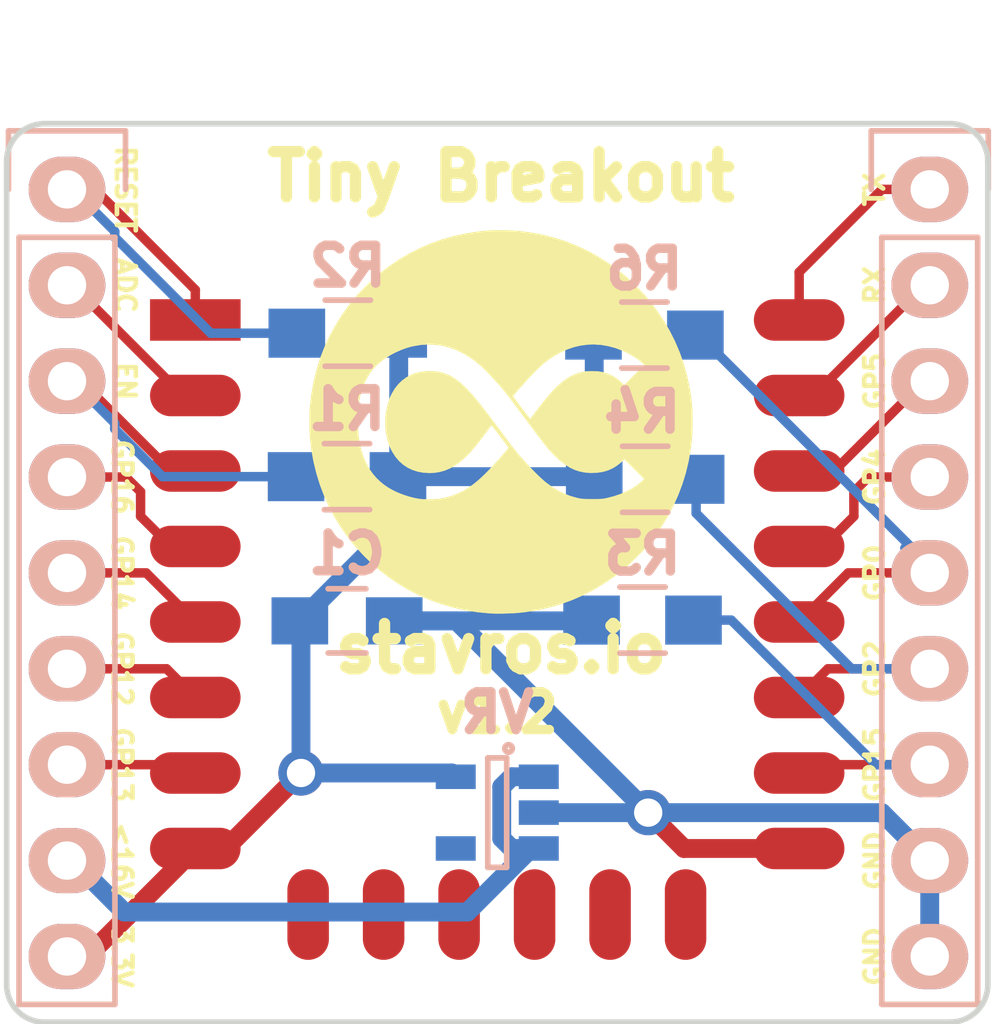
<source format=kicad_pcb>
(kicad_pcb (version 4) (host pcbnew 4.0.1-3.201512221402+6198~38~ubuntu15.04.1-stable)

  (general
    (links 33)
    (no_connects 0)
    (area 121.891667 47.115 154.968334 75.665001)
    (thickness 1.6)
    (drawings 36)
    (tracks 99)
    (zones 0)
    (modules 11)
    (nets 18)
  )

  (page A4)
  (layers
    (0 F.Cu signal)
    (31 B.Cu signal)
    (32 B.Adhes user)
    (33 F.Adhes user)
    (34 B.Paste user)
    (35 F.Paste user)
    (36 B.SilkS user)
    (37 F.SilkS user)
    (38 B.Mask user)
    (39 F.Mask user)
    (40 Dwgs.User user)
    (41 Cmts.User user)
    (42 Eco1.User user)
    (43 Eco2.User user)
    (44 Edge.Cuts user)
    (45 Margin user)
    (46 B.CrtYd user)
    (47 F.CrtYd user)
    (48 B.Fab user)
    (49 F.Fab user)
  )

  (setup
    (last_trace_width 0.25)
    (trace_clearance 0.2)
    (zone_clearance 0.508)
    (zone_45_only no)
    (trace_min 0.2)
    (segment_width 0.2)
    (edge_width 0.15)
    (via_size 0.8)
    (via_drill 0.4)
    (via_min_size 0.8)
    (via_min_drill 0.4)
    (uvia_size 0.3)
    (uvia_drill 0.1)
    (uvias_allowed no)
    (uvia_min_size 0.2)
    (uvia_min_drill 0.1)
    (pcb_text_width 0.3)
    (pcb_text_size 1.5 1.5)
    (mod_edge_width 0.15)
    (mod_text_size 1 1)
    (mod_text_width 0.15)
    (pad_size 2.032 1.7272)
    (pad_drill 1.016)
    (pad_to_mask_clearance 0.2)
    (aux_axis_origin 0 0)
    (visible_elements FFFFFF7F)
    (pcbplotparams
      (layerselection 0x010f0_80000001)
      (usegerberextensions true)
      (excludeedgelayer true)
      (linewidth 0.100000)
      (plotframeref false)
      (viasonmask false)
      (mode 1)
      (useauxorigin false)
      (hpglpennumber 1)
      (hpglpenspeed 20)
      (hpglpendiameter 15)
      (hpglpenoverlay 2)
      (psnegative false)
      (psa4output false)
      (plotreference false)
      (plotvalue false)
      (plotinvisibletext false)
      (padsonsilk false)
      (subtractmaskfromsilk false)
      (outputformat 1)
      (mirror false)
      (drillshape 0)
      (scaleselection 1)
      (outputdirectory /tmp/gerbs/))
  )

  (net 0 "")
  (net 1 "Net-(P1-Pad1)")
  (net 2 "Net-(P1-Pad2)")
  (net 3 "Net-(P1-Pad3)")
  (net 4 "Net-(P1-Pad4)")
  (net 5 "Net-(P1-Pad5)")
  (net 6 "Net-(P1-Pad6)")
  (net 7 "Net-(P1-Pad7)")
  (net 8 "Net-(P2-Pad1)")
  (net 9 "Net-(P2-Pad2)")
  (net 10 "Net-(P2-Pad3)")
  (net 11 "Net-(P2-Pad4)")
  (net 12 "Net-(P2-Pad5)")
  (net 13 "Net-(P2-Pad6)")
  (net 14 "Net-(P2-Pad7)")
  (net 15 +12V)
  (net 16 GND)
  (net 17 /3V3)

  (net_class Default "This is the default net class."
    (clearance 0.2)
    (trace_width 0.25)
    (via_dia 0.8)
    (via_drill 0.4)
    (uvia_dia 0.3)
    (uvia_drill 0.1)
    (add_net "Net-(P1-Pad1)")
    (add_net "Net-(P1-Pad2)")
    (add_net "Net-(P1-Pad3)")
    (add_net "Net-(P1-Pad4)")
    (add_net "Net-(P1-Pad5)")
    (add_net "Net-(P1-Pad6)")
    (add_net "Net-(P1-Pad7)")
    (add_net "Net-(P2-Pad1)")
    (add_net "Net-(P2-Pad2)")
    (add_net "Net-(P2-Pad3)")
    (add_net "Net-(P2-Pad4)")
    (add_net "Net-(P2-Pad5)")
    (add_net "Net-(P2-Pad6)")
    (add_net "Net-(P2-Pad7)")
  )

  (net_class Power ""
    (clearance 0.2)
    (trace_width 0.5)
    (via_dia 1.2)
    (via_drill 0.75)
    (uvia_dia 0.3)
    (uvia_drill 0.1)
    (add_net +12V)
    (add_net /3V3)
    (add_net GND)
  )

  (module ESP8266:ESP-12E placed (layer F.Cu) (tedit 5684101F) (tstamp 5683FDB3)
    (at 130.4 56.8)
    (descr "Module, ESP-8266, ESP-12, 16 pad, SMD")
    (tags "Module ESP-8266 ESP8266")
    (path /5683F327)
    (fp_text reference U1 (at -2 -2) (layer F.SilkS) hide
      (effects (font (size 1 1) (thickness 0.15)))
    )
    (fp_text value ESP-12E (at 8 1) (layer F.Fab)
      (effects (font (size 1 1) (thickness 0.15)))
    )
    (fp_line (start 16 -8.4) (end 0 -2.6) (layer F.CrtYd) (width 0.1524))
    (fp_line (start 0 -8.4) (end 16 -2.6) (layer F.CrtYd) (width 0.1524))
    (fp_text user "No Copper" (at 7.9 -5.4) (layer F.CrtYd)
      (effects (font (size 1 1) (thickness 0.15)))
    )
    (fp_line (start 0 -8.4) (end 0 -2.6) (layer F.CrtYd) (width 0.1524))
    (fp_line (start 0 -2.6) (end 16 -2.6) (layer F.CrtYd) (width 0.1524))
    (fp_line (start 16 -2.6) (end 16 -8.4) (layer F.CrtYd) (width 0.1524))
    (fp_line (start 16 -8.4) (end 0 -8.4) (layer F.CrtYd) (width 0.1524))
    (fp_line (start 16 -8.4) (end 16 15.6) (layer F.Fab) (width 0.1524))
    (fp_line (start 16 15.6) (end 0 15.6) (layer F.Fab) (width 0.1524))
    (fp_line (start 0 15.6) (end 0 -8.4) (layer F.Fab) (width 0.1524))
    (fp_line (start 0 -8.4) (end 16 -8.4) (layer F.Fab) (width 0.1524))
    (pad 9 smd oval (at 2.99 15.75 90) (size 2.4 1.1) (layers F.Cu F.Paste F.Mask))
    (pad 10 smd oval (at 4.99 15.75 90) (size 2.4 1.1) (layers F.Cu F.Paste F.Mask))
    (pad 11 smd oval (at 6.99 15.75 90) (size 2.4 1.1) (layers F.Cu F.Paste F.Mask))
    (pad 12 smd oval (at 8.99 15.75 90) (size 2.4 1.1) (layers F.Cu F.Paste F.Mask))
    (pad 13 smd oval (at 10.99 15.75 90) (size 2.4 1.1) (layers F.Cu F.Paste F.Mask))
    (pad 14 smd oval (at 12.99 15.75 90) (size 2.4 1.1) (layers F.Cu F.Paste F.Mask))
    (pad 1 smd rect (at 0 0) (size 2.4 1.1) (layers F.Cu F.Paste F.Mask)
      (net 1 "Net-(P1-Pad1)"))
    (pad 2 smd oval (at 0 2) (size 2.4 1.1) (layers F.Cu F.Paste F.Mask)
      (net 2 "Net-(P1-Pad2)"))
    (pad 3 smd oval (at 0 4) (size 2.4 1.1) (layers F.Cu F.Paste F.Mask)
      (net 3 "Net-(P1-Pad3)"))
    (pad 4 smd oval (at 0 6) (size 2.4 1.1) (layers F.Cu F.Paste F.Mask)
      (net 4 "Net-(P1-Pad4)"))
    (pad 5 smd oval (at 0 8) (size 2.4 1.1) (layers F.Cu F.Paste F.Mask)
      (net 5 "Net-(P1-Pad5)"))
    (pad 6 smd oval (at 0 10) (size 2.4 1.1) (layers F.Cu F.Paste F.Mask)
      (net 6 "Net-(P1-Pad6)"))
    (pad 7 smd oval (at 0 12) (size 2.4 1.1) (layers F.Cu F.Paste F.Mask)
      (net 7 "Net-(P1-Pad7)"))
    (pad 8 smd oval (at 0 14) (size 2.4 1.1) (layers F.Cu F.Paste F.Mask)
      (net 17 /3V3))
    (pad 15 smd oval (at 16 14) (size 2.4 1.1) (layers F.Cu F.Paste F.Mask)
      (net 16 GND))
    (pad 16 smd oval (at 16 12) (size 2.4 1.1) (layers F.Cu F.Paste F.Mask)
      (net 14 "Net-(P2-Pad7)"))
    (pad 17 smd oval (at 16 10) (size 2.4 1.1) (layers F.Cu F.Paste F.Mask)
      (net 13 "Net-(P2-Pad6)"))
    (pad 18 smd oval (at 16 8) (size 2.4 1.1) (layers F.Cu F.Paste F.Mask)
      (net 12 "Net-(P2-Pad5)"))
    (pad 19 smd oval (at 16 6) (size 2.4 1.1) (layers F.Cu F.Paste F.Mask)
      (net 11 "Net-(P2-Pad4)"))
    (pad 20 smd oval (at 16 4) (size 2.4 1.1) (layers F.Cu F.Paste F.Mask)
      (net 10 "Net-(P2-Pad3)"))
    (pad 21 smd oval (at 16 2) (size 2.4 1.1) (layers F.Cu F.Paste F.Mask)
      (net 9 "Net-(P2-Pad2)"))
    (pad 22 smd oval (at 16 0) (size 2.4 1.1) (layers F.Cu F.Paste F.Mask)
      (net 8 "Net-(P2-Pad1)"))
  )

  (module SOT-23-5 (layer B.Cu) (tedit 568C7B75) (tstamp 568409F5)
    (at 138.4 69.85 180)
    (descr "5-pin SOT23 package")
    (tags SOT-23-5)
    (path /56840629)
    (attr smd)
    (fp_text reference U2 (at -0.05 2.55 180) (layer B.SilkS) hide
      (effects (font (size 1 1) (thickness 0.15)) (justify mirror))
    )
    (fp_text value APE8865Y5-33-HF-3 (at -0.05 -2.35 180) (layer B.Fab) hide
      (effects (font (size 1 1) (thickness 0.15)) (justify mirror))
    )
    (fp_line (start -1.8 1.6) (end 1.8 1.6) (layer B.CrtYd) (width 0.05))
    (fp_line (start 1.8 1.6) (end 1.8 -1.6) (layer B.CrtYd) (width 0.05))
    (fp_line (start 1.8 -1.6) (end -1.8 -1.6) (layer B.CrtYd) (width 0.05))
    (fp_line (start -1.8 -1.6) (end -1.8 1.6) (layer B.CrtYd) (width 0.05))
    (fp_circle (center -0.3 1.7) (end -0.2 1.7) (layer B.SilkS) (width 0.15))
    (fp_line (start 0.25 1.45) (end -0.25 1.45) (layer B.SilkS) (width 0.15))
    (fp_line (start 0.25 -1.45) (end 0.25 1.45) (layer B.SilkS) (width 0.15))
    (fp_line (start -0.25 -1.45) (end 0.25 -1.45) (layer B.SilkS) (width 0.15))
    (fp_line (start -0.25 1.45) (end -0.25 -1.45) (layer B.SilkS) (width 0.15))
    (pad 1 smd rect (at -1.1 0.95 180) (size 1.06 0.65) (layers B.Cu B.Paste B.Mask)
      (net 15 +12V))
    (pad 2 smd rect (at -1.1 0 180) (size 1.06 0.65) (layers B.Cu B.Paste B.Mask)
      (net 16 GND))
    (pad 3 smd rect (at -1.1 -0.95 180) (size 1.06 0.65) (layers B.Cu B.Paste B.Mask)
      (net 15 +12V))
    (pad 4 smd rect (at 1.1 -0.95 180) (size 1.06 0.65) (layers B.Cu B.Paste B.Mask))
    (pad 5 smd rect (at 1.1 0.95 180) (size 1.06 0.65) (layers B.Cu B.Paste B.Mask)
      (net 17 /3V3))
    (model TO_SOT_Packages_SMD.3dshapes/SOT-23-5.wrl
      (at (xyz 0 0 0))
      (scale (xyz 1 1 1))
      (rotate (xyz 0 0 0))
    )
  )

  (module Capacitors_SMD:C_0805_HandSoldering (layer B.Cu) (tedit 56841031) (tstamp 56840B0D)
    (at 134.42 64.77)
    (descr "Capacitor SMD 0805, hand soldering")
    (tags "capacitor 0805")
    (path /56840717)
    (attr smd)
    (fp_text reference C1 (at 0 2.1) (layer B.SilkS) hide
      (effects (font (size 1 1) (thickness 0.15)) (justify mirror))
    )
    (fp_text value 1uF (at 0 -2.1) (layer B.Fab)
      (effects (font (size 1 1) (thickness 0.15)) (justify mirror))
    )
    (fp_line (start -2.3 1) (end 2.3 1) (layer B.CrtYd) (width 0.05))
    (fp_line (start -2.3 -1) (end 2.3 -1) (layer B.CrtYd) (width 0.05))
    (fp_line (start -2.3 1) (end -2.3 -1) (layer B.CrtYd) (width 0.05))
    (fp_line (start 2.3 1) (end 2.3 -1) (layer B.CrtYd) (width 0.05))
    (fp_line (start 0.5 0.85) (end -0.5 0.85) (layer B.SilkS) (width 0.15))
    (fp_line (start -0.5 -0.85) (end 0.5 -0.85) (layer B.SilkS) (width 0.15))
    (pad 1 smd rect (at -1.25 0) (size 1.5 1.25) (layers B.Cu B.Paste B.Mask)
      (net 17 /3V3))
    (pad 2 smd rect (at 1.25 0) (size 1.5 1.25) (layers B.Cu B.Paste B.Mask)
      (net 16 GND))
    (model Capacitors_SMD.3dshapes/C_0805_HandSoldering.wrl
      (at (xyz 0 0 0))
      (scale (xyz 1 1 1))
      (rotate (xyz 0 0 0))
    )
  )

  (module Resistors_SMD:R_0805_HandSoldering (layer B.Cu) (tedit 56841001) (tstamp 56840B13)
    (at 134.42 60.95 180)
    (descr "Resistor SMD 0805, hand soldering")
    (tags "resistor 0805")
    (path /56840F07)
    (attr smd)
    (fp_text reference R1 (at 0 2.1 180) (layer B.SilkS) hide
      (effects (font (size 1 1) (thickness 0.15)) (justify mirror))
    )
    (fp_text value 10KΩ (at 0 -2.1 180) (layer B.Fab)
      (effects (font (size 1 1) (thickness 0.15)) (justify mirror))
    )
    (fp_line (start -2.4 1) (end 2.4 1) (layer B.CrtYd) (width 0.05))
    (fp_line (start -2.4 -1) (end 2.4 -1) (layer B.CrtYd) (width 0.05))
    (fp_line (start -2.4 1) (end -2.4 -1) (layer B.CrtYd) (width 0.05))
    (fp_line (start 2.4 1) (end 2.4 -1) (layer B.CrtYd) (width 0.05))
    (fp_line (start 0.6 -0.875) (end -0.6 -0.875) (layer B.SilkS) (width 0.15))
    (fp_line (start -0.6 0.875) (end 0.6 0.875) (layer B.SilkS) (width 0.15))
    (pad 1 smd rect (at -1.35 0 180) (size 1.5 1.3) (layers B.Cu B.Paste B.Mask)
      (net 17 /3V3))
    (pad 2 smd rect (at 1.35 0 180) (size 1.5 1.3) (layers B.Cu B.Paste B.Mask)
      (net 3 "Net-(P1-Pad3)"))
    (model Resistors_SMD.3dshapes/R_0805_HandSoldering.wrl
      (at (xyz 0 0 0))
      (scale (xyz 1 1 1))
      (rotate (xyz 0 0 0))
    )
  )

  (module Resistors_SMD:R_0805_HandSoldering (layer B.Cu) (tedit 56841023) (tstamp 56840B19)
    (at 134.44 57.15 180)
    (descr "Resistor SMD 0805, hand soldering")
    (tags "resistor 0805")
    (path /56840960)
    (attr smd)
    (fp_text reference R2 (at 0 2.1 180) (layer B.SilkS) hide
      (effects (font (size 1 1) (thickness 0.15)) (justify mirror))
    )
    (fp_text value 10KΩ (at 0 -2.1 180) (layer B.Fab) hide
      (effects (font (size 1 1) (thickness 0.15)) (justify mirror))
    )
    (fp_line (start -2.4 1) (end 2.4 1) (layer B.CrtYd) (width 0.05))
    (fp_line (start -2.4 -1) (end 2.4 -1) (layer B.CrtYd) (width 0.05))
    (fp_line (start -2.4 1) (end -2.4 -1) (layer B.CrtYd) (width 0.05))
    (fp_line (start 2.4 1) (end 2.4 -1) (layer B.CrtYd) (width 0.05))
    (fp_line (start 0.6 -0.875) (end -0.6 -0.875) (layer B.SilkS) (width 0.15))
    (fp_line (start -0.6 0.875) (end 0.6 0.875) (layer B.SilkS) (width 0.15))
    (pad 1 smd rect (at -1.35 0 180) (size 1.5 1.3) (layers B.Cu B.Paste B.Mask)
      (net 17 /3V3))
    (pad 2 smd rect (at 1.35 0 180) (size 1.5 1.3) (layers B.Cu B.Paste B.Mask)
      (net 1 "Net-(P1-Pad1)"))
    (model Resistors_SMD.3dshapes/R_0805_HandSoldering.wrl
      (at (xyz 0 0 0))
      (scale (xyz 1 1 1))
      (rotate (xyz 0 0 0))
    )
  )

  (module Resistors_SMD:R_0805_HandSoldering (layer B.Cu) (tedit 56841026) (tstamp 56840B1F)
    (at 142.25 64.75 180)
    (descr "Resistor SMD 0805, hand soldering")
    (tags "resistor 0805")
    (path /568411DE)
    (attr smd)
    (fp_text reference R3 (at 0 2.1 180) (layer B.SilkS) hide
      (effects (font (size 1 1) (thickness 0.15)) (justify mirror))
    )
    (fp_text value 10KΩ (at 0 -2.1 180) (layer B.Fab)
      (effects (font (size 1 1) (thickness 0.15)) (justify mirror))
    )
    (fp_line (start -2.4 1) (end 2.4 1) (layer B.CrtYd) (width 0.05))
    (fp_line (start -2.4 -1) (end 2.4 -1) (layer B.CrtYd) (width 0.05))
    (fp_line (start -2.4 1) (end -2.4 -1) (layer B.CrtYd) (width 0.05))
    (fp_line (start 2.4 1) (end 2.4 -1) (layer B.CrtYd) (width 0.05))
    (fp_line (start 0.6 -0.875) (end -0.6 -0.875) (layer B.SilkS) (width 0.15))
    (fp_line (start -0.6 0.875) (end 0.6 0.875) (layer B.SilkS) (width 0.15))
    (pad 1 smd rect (at -1.35 0 180) (size 1.5 1.3) (layers B.Cu B.Paste B.Mask)
      (net 14 "Net-(P2-Pad7)"))
    (pad 2 smd rect (at 1.35 0 180) (size 1.5 1.3) (layers B.Cu B.Paste B.Mask)
      (net 16 GND))
    (model Resistors_SMD.3dshapes/R_0805_HandSoldering.wrl
      (at (xyz 0 0 0))
      (scale (xyz 1 1 1))
      (rotate (xyz 0 0 0))
    )
  )

  (module Resistors_SMD:R_0805_HandSoldering (layer B.Cu) (tedit 5684102F) (tstamp 56840B25)
    (at 142.32 61.02)
    (descr "Resistor SMD 0805, hand soldering")
    (tags "resistor 0805")
    (path /56840F5D)
    (attr smd)
    (fp_text reference R4 (at 0 2.1) (layer B.SilkS) hide
      (effects (font (size 1 1) (thickness 0.15)) (justify mirror))
    )
    (fp_text value 10KΩ (at 0 -2.1) (layer B.Fab)
      (effects (font (size 1 1) (thickness 0.15)) (justify mirror))
    )
    (fp_line (start -2.4 1) (end 2.4 1) (layer B.CrtYd) (width 0.05))
    (fp_line (start -2.4 -1) (end 2.4 -1) (layer B.CrtYd) (width 0.05))
    (fp_line (start -2.4 1) (end -2.4 -1) (layer B.CrtYd) (width 0.05))
    (fp_line (start 2.4 1) (end 2.4 -1) (layer B.CrtYd) (width 0.05))
    (fp_line (start 0.6 -0.875) (end -0.6 -0.875) (layer B.SilkS) (width 0.15))
    (fp_line (start -0.6 0.875) (end 0.6 0.875) (layer B.SilkS) (width 0.15))
    (pad 1 smd rect (at -1.35 0) (size 1.5 1.3) (layers B.Cu B.Paste B.Mask)
      (net 17 /3V3))
    (pad 2 smd rect (at 1.35 0) (size 1.5 1.3) (layers B.Cu B.Paste B.Mask)
      (net 13 "Net-(P2-Pad6)"))
    (model Resistors_SMD.3dshapes/R_0805_HandSoldering.wrl
      (at (xyz 0 0 0))
      (scale (xyz 1 1 1))
      (rotate (xyz 0 0 0))
    )
  )

  (module Stochastic:Logo_10mm (layer F.Cu) (tedit 0) (tstamp 568420BD)
    (at 138.5 59.5)
    (fp_text reference G*** (at 0 9.525) (layer F.SilkS) hide
      (effects (font (thickness 0.3)))
    )
    (fp_text value LOGO (at 0 6.985) (layer F.SilkS) hide
      (effects (font (thickness 0.3)))
    )
    (fp_poly (pts (xy 0.085717 -5.072691) (xy 0.197919 -5.070416) (xy 0.303639 -5.066655) (xy 0.398422 -5.061433)
      (xy 0.46736 -5.055836) (xy 0.793161 -5.014218) (xy 1.110831 -4.95399) (xy 1.420492 -4.875102)
      (xy 1.722267 -4.777504) (xy 2.016278 -4.661143) (xy 2.302646 -4.52597) (xy 2.581495 -4.371934)
      (xy 2.852945 -4.198982) (xy 3.11712 -4.007066) (xy 3.26136 -3.891758) (xy 3.326002 -3.836016)
      (xy 3.400483 -3.767879) (xy 3.481628 -3.690557) (xy 3.566264 -3.607262) (xy 3.651214 -3.521204)
      (xy 3.733305 -3.435593) (xy 3.809361 -3.353641) (xy 3.876209 -3.278558) (xy 3.925092 -3.220476)
      (xy 4.124231 -2.959497) (xy 4.304771 -2.690625) (xy 4.466612 -2.414088) (xy 4.609653 -2.130117)
      (xy 4.733792 -1.838939) (xy 4.83893 -1.540784) (xy 4.924964 -1.23588) (xy 4.991794 -0.924456)
      (xy 5.023253 -0.730221) (xy 5.039395 -0.610968) (xy 5.051886 -0.503658) (xy 5.061123 -0.402547)
      (xy 5.0675 -0.301889) (xy 5.071414 -0.195943) (xy 5.07326 -0.078963) (xy 5.07354 0)
      (xy 5.072758 0.126496) (xy 5.070149 0.238467) (xy 5.065316 0.341656) (xy 5.057865 0.441807)
      (xy 5.0474 0.544664) (xy 5.033525 0.65597) (xy 5.023253 0.73022) (xy 4.968379 1.044185)
      (xy 4.894042 1.352673) (xy 4.800501 1.655101) (xy 4.688016 1.950885) (xy 4.556844 2.239445)
      (xy 4.407245 2.520197) (xy 4.239477 2.792559) (xy 4.053799 3.055949) (xy 3.906633 3.242783)
      (xy 3.851773 3.306779) (xy 3.78522 3.380302) (xy 3.71012 3.46019) (xy 3.629617 3.543279)
      (xy 3.546857 3.626406) (xy 3.464985 3.706409) (xy 3.387145 3.780124) (xy 3.316483 3.844389)
      (xy 3.26136 3.89175) (xy 3.001014 4.094338) (xy 2.733149 4.278059) (xy 2.457805 4.442895)
      (xy 2.175021 4.58883) (xy 1.884837 4.715848) (xy 1.587293 4.823932) (xy 1.282427 4.913065)
      (xy 0.970281 4.983232) (xy 0.650892 5.034414) (xy 0.473622 5.054327) (xy 0.385809 5.061326)
      (xy 0.284837 5.067012) (xy 0.175772 5.071282) (xy 0.063681 5.074033) (xy -0.04637 5.075162)
      (xy -0.149315 5.074565) (xy -0.240087 5.07214) (xy -0.285784 5.069815) (xy -0.612735 5.039391)
      (xy -0.933314 4.9898) (xy -1.247077 4.921242) (xy -1.553581 4.833922) (xy -1.85238 4.728041)
      (xy -2.143031 4.603804) (xy -2.42509 4.461412) (xy -2.698111 4.301068) (xy -2.961652 4.122976)
      (xy -3.215267 3.927338) (xy -3.458513 3.714356) (xy -3.637711 3.539443) (xy -3.854754 3.303217)
      (xy -4.054899 3.055852) (xy -4.237944 2.797795) (xy -4.403684 2.529491) (xy -4.551918 2.251386)
      (xy -4.68244 1.963926) (xy -4.79505 1.667557) (xy -4.889542 1.362725) (xy -4.965714 1.049875)
      (xy -5.023363 0.729455) (xy -5.06096 0.41656) (xy -5.065553 0.351142) (xy -5.069061 0.269721)
      (xy -5.071484 0.176581) (xy -5.072822 0.076011) (xy -5.072959 0.019945) (xy -3.794876 0.019945)
      (xy -3.793585 0.113412) (xy -3.790973 0.200047) (xy -3.787016 0.275977) (xy -3.781689 0.337327)
      (xy -3.781338 0.34036) (xy -3.74882 0.552959) (xy -3.703216 0.750173) (xy -3.644423 0.932249)
      (xy -3.57234 1.099432) (xy -3.486865 1.251966) (xy -3.387895 1.390098) (xy -3.308317 1.480676)
      (xy -3.210912 1.575907) (xy -3.111678 1.658598) (xy -3.005648 1.732291) (xy -2.887856 1.800529)
      (xy -2.792853 1.848329) (xy -2.67834 1.898314) (xy -2.554549 1.944003) (xy -2.427223 1.983681)
      (xy -2.302103 2.015636) (xy -2.18493 2.038155) (xy -2.1336 2.045063) (xy -2.088219 2.04843)
      (xy -2.02786 2.050418) (xy -1.957444 2.051106) (xy -1.881891 2.050571) (xy -1.806122 2.048892)
      (xy -1.735056 2.046147) (xy -1.673614 2.042415) (xy -1.626715 2.037774) (xy -1.62052 2.036897)
      (xy -1.447446 2.002245) (xy -1.27715 1.95148) (xy -1.115024 1.886369) (xy -1.02616 1.842352)
      (xy -0.927522 1.78636) (xy -0.830939 1.724518) (xy -0.734714 1.65536) (xy -0.637152 1.57742)
      (xy -0.536557 1.489232) (xy -0.431233 1.38933) (xy -0.319484 1.276248) (xy -0.199615 1.14852)
      (xy -0.112817 1.052793) (xy -0.033936 0.964416) (xy 0.031859 0.889902) (xy 0.08537 0.828274)
      (xy 0.127395 0.77856) (xy 0.158734 0.739784) (xy 0.180187 0.710973) (xy 0.192554 0.691151)
      (xy 0.196635 0.679344) (xy 0.196038 0.676484) (xy 0.184281 0.658476) (xy 0.162756 0.628102)
      (xy 0.133123 0.587529) (xy 0.097039 0.538926) (xy 0.056166 0.484462) (xy 0.012162 0.426307)
      (xy -0.033314 0.366628) (xy -0.078601 0.307595) (xy -0.122041 0.251377) (xy -0.161974 0.200142)
      (xy -0.19674 0.15606) (xy -0.224681 0.121299) (xy -0.244137 0.098027) (xy -0.253448 0.088415)
      (xy -0.25396 0.088336) (xy -0.261593 0.098215) (xy -0.279853 0.122373) (xy -0.307229 0.158793)
      (xy -0.342207 0.205457) (xy -0.383275 0.26035) (xy -0.428921 0.321455) (xy -0.4544 0.3556)
      (xy -0.54033 0.469702) (xy -0.616925 0.568914) (xy -0.685969 0.655347) (xy -0.749249 0.731118)
      (xy -0.808551 0.79834) (xy -0.865659 0.859128) (xy -0.92236 0.915597) (xy -0.947529 0.939516)
      (xy -1.081027 1.054941) (xy -1.214629 1.150602) (xy -1.349541 1.227022) (xy -1.486967 1.284729)
      (xy -1.628115 1.324246) (xy -1.774191 1.346099) (xy -1.893036 1.35122) (xy -2.05196 1.342114)
      (xy -2.201611 1.315204) (xy -2.341451 1.270812) (xy -2.470945 1.209264) (xy -2.589555 1.130884)
      (xy -2.696743 1.035997) (xy -2.791973 0.924926) (xy -2.874708 0.797995) (xy -2.905857 0.739522)
      (xy -2.970795 0.587788) (xy -3.019232 0.426286) (xy -3.050968 0.257384) (xy -3.065799 0.083451)
      (xy -3.063524 -0.093147) (xy -3.043941 -0.270042) (xy -3.006848 -0.444866) (xy -3.006839 -0.444901)
      (xy -2.955532 -0.604286) (xy -2.890328 -0.74952) (xy -2.811879 -0.880122) (xy -2.720838 -0.995616)
      (xy -2.617856 -1.095523) (xy -2.503587 -1.179365) (xy -2.378681 -1.246665) (xy -2.243792 -1.296944)
      (xy -2.099572 -1.329724) (xy -1.946673 -1.344527) (xy -1.785746 -1.340876) (xy -1.784433 -1.340772)
      (xy -1.667033 -1.326144) (xy -1.554418 -1.30092) (xy -1.445292 -1.264218) (xy -1.338363 -1.215155)
      (xy -1.232336 -1.15285) (xy -1.125917 -1.076421) (xy -1.017811 -0.984986) (xy -0.906725 -0.877664)
      (xy -0.791364 -0.753573) (xy -0.670434 -0.611831) (xy -0.615926 -0.544644) (xy -0.510778 -0.412243)
      (xy -0.403672 -0.275267) (xy -0.292765 -0.131307) (xy -0.176215 0.022047) (xy -0.05218 0.187203)
      (xy 0.081181 0.36657) (xy 0.094742 0.384896) (xy 0.156575 0.467908) (xy 0.218716 0.550256)
      (xy 0.279316 0.629567) (xy 0.336529 0.703463) (xy 0.388508 0.769572) (xy 0.433404 0.825518)
      (xy 0.469373 0.868925) (xy 0.486827 0.889) (xy 0.533021 0.940656) (xy 0.582911 0.996721)
      (xy 0.631155 1.051178) (xy 0.672413 1.098006) (xy 0.680681 1.10744) (xy 0.732142 1.164456)
      (xy 0.792627 1.228545) (xy 0.859002 1.296631) (xy 0.928137 1.365637) (xy 0.9969 1.432487)
      (xy 1.062159 1.494103) (xy 1.120782 1.547411) (xy 1.169639 1.589332) (xy 1.17856 1.596557)
      (xy 1.33965 1.715824) (xy 1.501147 1.816055) (xy 1.665472 1.898431) (xy 1.835047 1.964138)
      (xy 2.012293 2.014357) (xy 2.05232 2.023393) (xy 2.087969 2.030676) (xy 2.121264 2.036266)
      (xy 2.155693 2.040384) (xy 2.194746 2.043253) (xy 2.24191 2.045093) (xy 2.300676 2.046128)
      (xy 2.374531 2.046578) (xy 2.41808 2.046654) (xy 2.499008 2.046607) (xy 2.563251 2.046141)
      (xy 2.614443 2.044998) (xy 2.656218 2.042919) (xy 2.692211 2.039647) (xy 2.726055 2.034925)
      (xy 2.761385 2.028495) (xy 2.801835 2.020099) (xy 2.806388 2.019122) (xy 2.988786 1.972593)
      (xy 3.162867 1.913517) (xy 3.326529 1.842911) (xy 3.477666 1.761793) (xy 3.614177 1.671184)
      (xy 3.733956 1.572099) (xy 3.738364 1.567979) (xy 3.79476 1.515009) (xy 3.531345 1.250937)
      (xy 3.26793 0.986864) (xy 3.192852 1.056979) (xy 3.080174 1.149879) (xy 2.96006 1.224737)
      (xy 2.831679 1.281839) (xy 2.694197 1.321471) (xy 2.546783 1.343922) (xy 2.388601 1.349477)
      (xy 2.34696 1.348246) (xy 2.207963 1.335256) (xy 2.075418 1.307661) (xy 1.947617 1.264617)
      (xy 1.822855 1.205284) (xy 1.699425 1.128817) (xy 1.575622 1.034375) (xy 1.449738 0.921115)
      (xy 1.416977 0.889) (xy 1.382215 0.854042) (xy 1.349424 0.820194) (xy 1.317475 0.786049)
      (xy 1.285238 0.750199) (xy 1.251586 0.711238) (xy 1.215389 0.66776) (xy 1.175518 0.618358)
      (xy 1.130846 0.561624) (xy 1.080242 0.496153) (xy 1.022578 0.420537) (xy 0.956726 0.33337)
      (xy 0.881556 0.233246) (xy 0.795939 0.118757) (xy 0.756586 0.06604) (xy 0.652438 -0.073558)
      (xy 0.559517 -0.198105) (xy 0.47686 -0.308811) (xy 0.403503 -0.406882) (xy 0.338484 -0.493526)
      (xy 0.280837 -0.56995) (xy 0.2296 -0.63736) (xy 0.201268 -0.67424) (xy 0.319302 -0.67424)
      (xy 0.319412 -0.673869) (xy 0.327343 -0.66069) (xy 0.345618 -0.634364) (xy 0.372584 -0.597056)
      (xy 0.406588 -0.550931) (xy 0.445981 -0.498154) (xy 0.489109 -0.440891) (xy 0.53432 -0.381306)
      (xy 0.579964 -0.321564) (xy 0.624388 -0.26383) (xy 0.66594 -0.210269) (xy 0.702968 -0.163047)
      (xy 0.733821 -0.124328) (xy 0.756846 -0.096278) (xy 0.770392 -0.081061) (xy 0.773287 -0.078995)
      (xy 0.780998 -0.088673) (xy 0.799448 -0.112355) (xy 0.827003 -0.147928) (xy 0.862028 -0.193278)
      (xy 0.90289 -0.246291) (xy 0.947954 -0.304853) (xy 0.955725 -0.31496) (xy 1.039338 -0.423102)
      (xy 1.112975 -0.516866) (xy 1.178456 -0.598418) (xy 1.237602 -0.669926) (xy 1.292235 -0.733555)
      (xy 1.344175 -0.791472) (xy 1.395244 -0.845844) (xy 1.44272 -0.894292) (xy 1.566082 -1.009943)
      (xy 1.686989 -1.106768) (xy 1.807229 -1.185811) (xy 1.928593 -1.248117) (xy 2.05287 -1.294733)
      (xy 2.181847 -1.326702) (xy 2.183444 -1.327003) (xy 2.249113 -1.335862) (xy 2.328219 -1.341085)
      (xy 2.414207 -1.342679) (xy 2.500524 -1.340649) (xy 2.580613 -1.335001) (xy 2.643246 -1.3266)
      (xy 2.785167 -1.291132) (xy 2.918913 -1.237227) (xy 3.043439 -1.165421) (xy 3.1577 -1.076253)
      (xy 3.190445 -1.045587) (xy 3.264354 -0.973417) (xy 3.532097 -1.241017) (xy 3.592604 -1.301656)
      (xy 3.648327 -1.357817) (xy 3.697684 -1.407879) (xy 3.73909 -1.450225) (xy 3.770965 -1.483234)
      (xy 3.791726 -1.505289) (xy 3.79979 -1.514771) (xy 3.79984 -1.514942) (xy 3.792086 -1.525225)
      (xy 3.770908 -1.544823) (xy 3.739432 -1.571263) (xy 3.700784 -1.602071) (xy 3.658091 -1.634772)
      (xy 3.614478 -1.666892) (xy 3.573071 -1.695958) (xy 3.560172 -1.704624) (xy 3.389043 -1.807026)
      (xy 3.210884 -1.892555) (xy 3.027578 -1.960691) (xy 2.841009 -2.010915) (xy 2.653061 -2.042706)
      (xy 2.465617 -2.055543) (xy 2.306445 -2.05104) (xy 2.11396 -2.026572) (xy 1.92471 -1.982152)
      (xy 1.738612 -1.917747) (xy 1.55558 -1.833321) (xy 1.375532 -1.728842) (xy 1.198381 -1.604273)
      (xy 1.18872 -1.596838) (xy 1.131067 -1.549377) (xy 1.062694 -1.488139) (xy 0.985656 -1.415146)
      (xy 0.902007 -1.332423) (xy 0.813802 -1.241994) (xy 0.723094 -1.145882) (xy 0.649781 -1.0659)
      (xy 0.566111 -0.973053) (xy 0.495788 -0.894222) (xy 0.438191 -0.828671) (xy 0.392697 -0.775659)
      (xy 0.358684 -0.734448) (xy 0.335528 -0.704301) (xy 0.322608 -0.684478) (xy 0.319302 -0.67424)
      (xy 0.201268 -0.67424) (xy 0.183808 -0.696966) (xy 0.142499 -0.749973) (xy 0.104709 -0.797589)
      (xy 0.069473 -0.841022) (xy 0.035829 -0.881478) (xy 0.002812 -0.920166) (xy -0.03054 -0.958292)
      (xy -0.065192 -0.997063) (xy -0.102107 -1.037687) (xy -0.142248 -1.081372) (xy -0.186581 -1.129324)
      (xy -0.236067 -1.182751) (xy -0.265726 -1.214795) (xy -0.373736 -1.328607) (xy -0.474138 -1.427875)
      (xy -0.570028 -1.515326) (xy -0.664506 -1.593687) (xy -0.76067 -1.665684) (xy -0.83894 -1.719243)
      (xy -1.016093 -1.824781) (xy -1.197148 -1.910529) (xy -1.381718 -1.976417) (xy -1.569417 -2.022377)
      (xy -1.759855 -2.048339) (xy -1.952646 -2.054233) (xy -2.147402 -2.039991) (xy -2.343736 -2.005543)
      (xy -2.385225 -1.995712) (xy -2.518095 -1.956752) (xy -2.657145 -1.90499) (xy -2.795679 -1.843345)
      (xy -2.927003 -1.774737) (xy -3.01733 -1.720083) (xy -3.16115 -1.617612) (xy -3.288731 -1.50682)
      (xy -3.400771 -1.386557) (xy -3.497967 -1.255672) (xy -3.581015 -1.113015) (xy -3.650612 -0.957436)
      (xy -3.707456 -0.787783) (xy -3.752244 -0.602907) (xy -3.776253 -0.46736) (xy -3.782374 -0.414263)
      (xy -3.787321 -0.344751) (xy -3.791069 -0.262701) (xy -3.793594 -0.171985) (xy -3.794871 -0.076478)
      (xy -3.794876 0.019945) (xy -5.072959 0.019945) (xy -5.073076 -0.027704) (xy -5.072244 -0.130276)
      (xy -5.070328 -0.227419) (xy -5.067326 -0.314847) (xy -5.06324 -0.388272) (xy -5.06096 -0.41656)
      (xy -5.021297 -0.745324) (xy -4.963379 -1.065204) (xy -4.887105 -1.376447) (xy -4.792374 -1.679299)
      (xy -4.679084 -1.974009) (xy -4.547133 -2.260821) (xy -4.396421 -2.539984) (xy -4.226846 -2.811744)
      (xy -4.038306 -3.076348) (xy -3.891758 -3.26136) (xy -3.836743 -3.325161) (xy -3.769348 -3.398854)
      (xy -3.692763 -3.479282) (xy -3.610183 -3.563285) (xy -3.524798 -3.647704) (xy -3.439801 -3.72938)
      (xy -3.358385 -3.805153) (xy -3.283741 -3.871865) (xy -3.223089 -3.923094) (xy -2.963215 -4.12198)
      (xy -2.696332 -4.301894) (xy -2.42215 -4.462955) (xy -2.140375 -4.605281) (xy -1.850717 -4.728991)
      (xy -1.552883 -4.834203) (xy -1.246582 -4.921035) (xy -0.931521 -4.989606) (xy -0.607409 -5.040034)
      (xy -0.41656 -5.060885) (xy -0.338789 -5.066422) (xy -0.24522 -5.070345) (xy -0.140308 -5.072681)
      (xy -0.028511 -5.073454) (xy 0.085717 -5.072691)) (layer F.SilkS) (width 0.01))
  )

  (module Resistors_SMD:R_0805_HandSoldering (layer B.Cu) (tedit 56844FEB) (tstamp 568472FE)
    (at 142.3 57.2)
    (descr "Resistor SMD 0805, hand soldering")
    (tags "resistor 0805")
    (path /56844D05)
    (attr smd)
    (fp_text reference R6 (at 0 2.1) (layer B.SilkS) hide
      (effects (font (size 1 1) (thickness 0.15)) (justify mirror))
    )
    (fp_text value 10KΩ (at 0 -2.1) (layer B.Fab)
      (effects (font (size 1 1) (thickness 0.15)) (justify mirror))
    )
    (fp_line (start -2.4 1) (end 2.4 1) (layer B.CrtYd) (width 0.05))
    (fp_line (start -2.4 -1) (end 2.4 -1) (layer B.CrtYd) (width 0.05))
    (fp_line (start -2.4 1) (end -2.4 -1) (layer B.CrtYd) (width 0.05))
    (fp_line (start 2.4 1) (end 2.4 -1) (layer B.CrtYd) (width 0.05))
    (fp_line (start 0.6 -0.875) (end -0.6 -0.875) (layer B.SilkS) (width 0.15))
    (fp_line (start -0.6 0.875) (end 0.6 0.875) (layer B.SilkS) (width 0.15))
    (pad 1 smd rect (at -1.35 0) (size 1.5 1.3) (layers B.Cu B.Paste B.Mask)
      (net 17 /3V3))
    (pad 2 smd rect (at 1.35 0) (size 1.5 1.3) (layers B.Cu B.Paste B.Mask)
      (net 12 "Net-(P2-Pad5)"))
    (model Resistors_SMD.3dshapes/R_0805_HandSoldering.wrl
      (at (xyz 0 0 0))
      (scale (xyz 1 1 1))
      (rotate (xyz 0 0 0))
    )
  )

  (module Pin_Headers:Pin_Header_Straight_1x09 (layer B.Cu) (tedit 568C7887) (tstamp 568C7195)
    (at 127 53.34 180)
    (descr "Through hole pin header")
    (tags "pin header")
    (path /568C725D)
    (fp_text reference P1 (at 0 5.1 180) (layer B.SilkS) hide
      (effects (font (size 1 1) (thickness 0.15)) (justify mirror))
    )
    (fp_text value CONN_01X09 (at 0 3.1 180) (layer B.Fab) hide
      (effects (font (size 1 1) (thickness 0.15)) (justify mirror))
    )
    (fp_line (start -1.75 1.75) (end -1.75 -22.1) (layer B.CrtYd) (width 0.05))
    (fp_line (start 1.75 1.75) (end 1.75 -22.1) (layer B.CrtYd) (width 0.05))
    (fp_line (start -1.75 1.75) (end 1.75 1.75) (layer B.CrtYd) (width 0.05))
    (fp_line (start -1.75 -22.1) (end 1.75 -22.1) (layer B.CrtYd) (width 0.05))
    (fp_line (start 1.27 -1.27) (end 1.27 -21.59) (layer B.SilkS) (width 0.15))
    (fp_line (start 1.27 -21.59) (end -1.27 -21.59) (layer B.SilkS) (width 0.15))
    (fp_line (start -1.27 -21.59) (end -1.27 -1.27) (layer B.SilkS) (width 0.15))
    (fp_line (start 1.55 1.55) (end 1.55 0) (layer B.SilkS) (width 0.15))
    (fp_line (start 1.27 -1.27) (end -1.27 -1.27) (layer B.SilkS) (width 0.15))
    (fp_line (start -1.55 0) (end -1.55 1.55) (layer B.SilkS) (width 0.15))
    (fp_line (start -1.55 1.55) (end 1.55 1.55) (layer B.SilkS) (width 0.15))
    (pad 1 thru_hole oval (at 0 0 180) (size 2.032 1.7272) (drill 1.016) (layers *.Cu *.Mask B.SilkS)
      (net 1 "Net-(P1-Pad1)"))
    (pad 2 thru_hole oval (at 0 -2.54 180) (size 2.032 1.7272) (drill 1.016) (layers *.Cu *.Mask B.SilkS)
      (net 2 "Net-(P1-Pad2)"))
    (pad 3 thru_hole oval (at 0 -5.08 180) (size 2.032 1.7272) (drill 1.016) (layers *.Cu *.Mask B.SilkS)
      (net 3 "Net-(P1-Pad3)"))
    (pad 4 thru_hole oval (at 0 -7.62 180) (size 2.032 1.7272) (drill 1.016) (layers *.Cu *.Mask B.SilkS)
      (net 4 "Net-(P1-Pad4)"))
    (pad 5 thru_hole oval (at 0 -10.16 180) (size 2.032 1.7272) (drill 1.016) (layers *.Cu *.Mask B.SilkS)
      (net 5 "Net-(P1-Pad5)"))
    (pad 6 thru_hole oval (at 0 -12.7 180) (size 2.032 1.7272) (drill 1.016) (layers *.Cu *.Mask B.SilkS)
      (net 6 "Net-(P1-Pad6)"))
    (pad 7 thru_hole oval (at 0 -15.24 180) (size 2.032 1.7272) (drill 1.016) (layers *.Cu *.Mask B.SilkS)
      (net 7 "Net-(P1-Pad7)"))
    (pad 8 thru_hole oval (at 0 -17.78 180) (size 2.032 1.7272) (drill 1.016) (layers *.Cu *.Mask B.SilkS)
      (net 15 +12V))
    (pad 9 thru_hole oval (at 0 -20.32 180) (size 2.032 1.7272) (drill 1.016) (layers *.Cu *.Mask B.SilkS)
      (net 17 /3V3))
    (model Pin_Headers.3dshapes/Pin_Header_Straight_1x09.wrl
      (at (xyz 0 -0.4 0))
      (scale (xyz 1 1 1))
      (rotate (xyz 0 0 90))
    )
  )

  (module Pin_Headers:Pin_Header_Straight_1x09 (layer B.Cu) (tedit 568C787A) (tstamp 568C744B)
    (at 149.86 53.34 180)
    (descr "Through hole pin header")
    (tags "pin header")
    (path /568C7A2E)
    (fp_text reference P2 (at 0 5.1 180) (layer B.SilkS) hide
      (effects (font (size 1 1) (thickness 0.15)) (justify mirror))
    )
    (fp_text value CONN_01X09 (at 0 3.1 180) (layer B.Fab) hide
      (effects (font (size 1 1) (thickness 0.15)) (justify mirror))
    )
    (fp_line (start -1.75 1.75) (end -1.75 -22.1) (layer B.CrtYd) (width 0.05))
    (fp_line (start 1.75 1.75) (end 1.75 -22.1) (layer B.CrtYd) (width 0.05))
    (fp_line (start -1.75 1.75) (end 1.75 1.75) (layer B.CrtYd) (width 0.05))
    (fp_line (start -1.75 -22.1) (end 1.75 -22.1) (layer B.CrtYd) (width 0.05))
    (fp_line (start 1.27 -1.27) (end 1.27 -21.59) (layer B.SilkS) (width 0.15))
    (fp_line (start 1.27 -21.59) (end -1.27 -21.59) (layer B.SilkS) (width 0.15))
    (fp_line (start -1.27 -21.59) (end -1.27 -1.27) (layer B.SilkS) (width 0.15))
    (fp_line (start 1.55 1.55) (end 1.55 0) (layer B.SilkS) (width 0.15))
    (fp_line (start 1.27 -1.27) (end -1.27 -1.27) (layer B.SilkS) (width 0.15))
    (fp_line (start -1.55 0) (end -1.55 1.55) (layer B.SilkS) (width 0.15))
    (fp_line (start -1.55 1.55) (end 1.55 1.55) (layer B.SilkS) (width 0.15))
    (pad 1 thru_hole oval (at 0 0 180) (size 2.032 1.7272) (drill 1.016) (layers *.Cu *.Mask B.SilkS)
      (net 8 "Net-(P2-Pad1)"))
    (pad 2 thru_hole oval (at 0 -2.54 180) (size 2.032 1.7272) (drill 1.016) (layers *.Cu *.Mask B.SilkS)
      (net 9 "Net-(P2-Pad2)"))
    (pad 3 thru_hole oval (at 0 -5.08 180) (size 2.032 1.7272) (drill 1.016) (layers *.Cu *.Mask B.SilkS)
      (net 10 "Net-(P2-Pad3)"))
    (pad 4 thru_hole oval (at 0 -7.62 180) (size 2.032 1.7272) (drill 1.016) (layers *.Cu *.Mask B.SilkS)
      (net 11 "Net-(P2-Pad4)"))
    (pad 5 thru_hole oval (at 0 -10.16 180) (size 2.032 1.7272) (drill 1.016) (layers *.Cu *.Mask B.SilkS)
      (net 12 "Net-(P2-Pad5)"))
    (pad 6 thru_hole oval (at 0 -12.7 180) (size 2.032 1.7272) (drill 1.016) (layers *.Cu *.Mask B.SilkS)
      (net 13 "Net-(P2-Pad6)"))
    (pad 7 thru_hole oval (at 0 -15.24 180) (size 2.032 1.7272) (drill 1.016) (layers *.Cu *.Mask B.SilkS)
      (net 14 "Net-(P2-Pad7)"))
    (pad 8 thru_hole oval (at 0 -17.78 180) (size 2.032 1.7272) (drill 1.016) (layers *.Cu *.Mask B.SilkS)
      (net 16 GND))
    (pad 9 thru_hole oval (at 0 -20.32 180) (size 2.032 1.7272) (drill 1.016) (layers *.Cu *.Mask B.SilkS)
      (net 16 GND))
    (model Pin_Headers.3dshapes/Pin_Header_Straight_1x09.wrl
      (at (xyz 0 -0.4 0))
      (scale (xyz 1 1 1))
      (rotate (xyz 0 0 90))
    )
  )

  (gr_text v1.2 (at 138.4 67.2) (layer F.SilkS)
    (effects (font (size 1 1) (thickness 0.25)))
  )
  (gr_text GND (at 148.3995 73.66 90) (layer F.SilkS) (tstamp 568C7477)
    (effects (font (size 0.5 0.5) (thickness 0.125)))
  )
  (gr_text 3.3V (at 128.4605 73.66 270) (layer F.SilkS) (tstamp 568C72D2)
    (effects (font (size 0.5 0.5) (thickness 0.125)))
  )
  (gr_arc (start 126.4 74.4) (end 126.4 75.4) (angle 90) (layer Edge.Cuts) (width 0.15))
  (gr_arc (start 150.4 74.4) (end 151.4 74.4) (angle 90) (layer Edge.Cuts) (width 0.15))
  (gr_arc (start 150.4 52.6) (end 150.4 51.6) (angle 90) (layer Edge.Cuts) (width 0.15))
  (gr_arc (start 126.4 52.6) (end 125.4 52.6) (angle 90) (layer Edge.Cuts) (width 0.15))
  (gr_text R6 (at 142.3 55.45) (layer B.SilkS) (tstamp 568473B7)
    (effects (font (size 1 1) (thickness 0.25)) (justify mirror))
  )
  (gr_text "Tiny Breakout" (at 138.5 53) (layer F.SilkS) (tstamp 56842C2F)
    (effects (font (size 1.2 1.2) (thickness 0.3)))
  )
  (gr_text stavros.io (at 138.5 65.5) (layer F.SilkS)
    (effects (font (size 1.2 1.2) (thickness 0.3)))
  )
  (gr_text TX (at 148.3995 53.34 90) (layer F.SilkS) (tstamp 568418D6)
    (effects (font (size 0.5 0.5) (thickness 0.125)))
  )
  (gr_text RX (at 148.3995 55.88 90) (layer F.SilkS) (tstamp 568418D3)
    (effects (font (size 0.5 0.5) (thickness 0.125)))
  )
  (gr_text GP5 (at 148.3995 58.42 90) (layer F.SilkS) (tstamp 568418D0)
    (effects (font (size 0.5 0.5) (thickness 0.125)))
  )
  (gr_text GP4 (at 148.3995 60.96 90) (layer F.SilkS) (tstamp 568418CD)
    (effects (font (size 0.5 0.5) (thickness 0.125)))
  )
  (gr_text GP0 (at 148.3995 63.5 90) (layer F.SilkS) (tstamp 568418CA)
    (effects (font (size 0.5 0.5) (thickness 0.125)))
  )
  (gr_text GP2 (at 148.3995 66.04 90) (layer F.SilkS) (tstamp 568418C7)
    (effects (font (size 0.5 0.5) (thickness 0.125)))
  )
  (gr_text GP15 (at 148.3995 68.58 90) (layer F.SilkS) (tstamp 56841890)
    (effects (font (size 0.5 0.5) (thickness 0.125)))
  )
  (gr_text GND (at 148.3995 71.12 90) (layer F.SilkS) (tstamp 56841848)
    (effects (font (size 0.5 0.5) (thickness 0.125)))
  )
  (gr_text RESET (at 128.5485 53.34 270) (layer F.SilkS) (tstamp 568417CA)
    (effects (font (size 0.5 0.5) (thickness 0.125)))
  )
  (gr_text ADC (at 128.5485 55.88 270) (layer F.SilkS) (tstamp 568417C9)
    (effects (font (size 0.5 0.5) (thickness 0.125)))
  )
  (gr_text EN (at 128.5485 58.42 270) (layer F.SilkS) (tstamp 568417C7)
    (effects (font (size 0.5 0.5) (thickness 0.125)))
  )
  (gr_text GP16 (at 128.4605 60.96 270) (layer F.SilkS) (tstamp 568417C6)
    (effects (font (size 0.5 0.5) (thickness 0.125)))
  )
  (gr_text GP14 (at 128.4605 63.5 270) (layer F.SilkS) (tstamp 568417BB)
    (effects (font (size 0.5 0.5) (thickness 0.125)))
  )
  (gr_text GP12 (at 128.4605 66.04 270) (layer F.SilkS) (tstamp 568417A8)
    (effects (font (size 0.5 0.5) (thickness 0.125)))
  )
  (gr_text GP13 (at 128.4605 68.58 270) (layer F.SilkS) (tstamp 56841780)
    (effects (font (size 0.5 0.5) (thickness 0.125)))
  )
  (gr_text <16V (at 128.4605 71.12 270) (layer F.SilkS)
    (effects (font (size 0.5 0.5) (thickness 0.125)))
  )
  (gr_text VR (at 138.4 67.2) (layer B.SilkS) (tstamp 5684158B)
    (effects (font (size 1 1) (thickness 0.25)) (justify mirror))
  )
  (gr_text R3 (at 142.25 63) (layer B.SilkS) (tstamp 56841581)
    (effects (font (size 1 1) (thickness 0.25)) (justify mirror))
  )
  (gr_text R4 (at 142.24 59.242) (layer B.SilkS) (tstamp 5684157E)
    (effects (font (size 1 1) (thickness 0.25)) (justify mirror))
  )
  (gr_text R2 (at 134.44 55.372) (layer B.SilkS) (tstamp 5684157C)
    (effects (font (size 1 1) (thickness 0.25)) (justify mirror))
  )
  (gr_text R1 (at 134.42 59.172) (layer B.SilkS) (tstamp 56841571)
    (effects (font (size 1 1) (thickness 0.25)) (justify mirror))
  )
  (gr_text C1 (at 134.42 62.992) (layer B.SilkS)
    (effects (font (size 1 1) (thickness 0.25)) (justify mirror))
  )
  (gr_line (start 125.4 74.4) (end 125.4 52.6) (layer Edge.Cuts) (width 0.15))
  (gr_line (start 150.4 75.4) (end 126.4 75.4) (layer Edge.Cuts) (width 0.15))
  (gr_line (start 151.4 52.6) (end 151.4 74.4) (layer Edge.Cuts) (width 0.15))
  (gr_line (start 126.4 51.6) (end 150.4 51.6) (layer Edge.Cuts) (width 0.15))

  (segment (start 133.09 57.15) (end 130.81 57.15) (width 0.25) (layer B.Cu) (net 1))
  (segment (start 130.81 57.15) (end 128.266 54.606) (width 0.25) (layer B.Cu) (net 1))
  (segment (start 128.266 54.606) (end 128.266 54.4536) (width 0.25) (layer B.Cu) (net 1))
  (segment (start 128.266 54.4536) (end 127.1524 53.34) (width 0.25) (layer B.Cu) (net 1))
  (segment (start 127.1524 53.34) (end 127 53.34) (width 0.25) (layer B.Cu) (net 1))
  (segment (start 127 53.34) (end 127.74 53.34) (width 0.25) (layer F.Cu) (net 1) (status 30))
  (segment (start 127.74 53.34) (end 130.4 56) (width 0.25) (layer F.Cu) (net 1) (status 10))
  (segment (start 130.4 56) (end 130.4 56.8) (width 0.25) (layer F.Cu) (net 1) (status 20))
  (segment (start 127 55.88) (end 127.1524 55.88) (width 0.25) (layer F.Cu) (net 2) (status 30))
  (segment (start 130.0724 58.8) (end 130.4 58.8) (width 0.25) (layer F.Cu) (net 2) (status 30))
  (segment (start 127.1524 55.88) (end 130.0724 58.8) (width 0.25) (layer F.Cu) (net 2) (status 30))
  (segment (start 127 58.42) (end 127.37 58.42) (width 0.25) (layer F.Cu) (net 3) (status 30))
  (segment (start 127.37 58.42) (end 129.75 60.8) (width 0.25) (layer F.Cu) (net 3) (status 30))
  (segment (start 129.75 60.8) (end 130.4 60.8) (width 0.25) (layer F.Cu) (net 3) (status 30))
  (segment (start 133.07 60.95) (end 129.53 60.95) (width 0.25) (layer B.Cu) (net 3) (status 10))
  (segment (start 129.53 60.95) (end 128.266 59.686) (width 0.25) (layer B.Cu) (net 3))
  (segment (start 127.1524 58.42) (end 127 58.42) (width 0.25) (layer B.Cu) (net 3) (status 30))
  (segment (start 128.266 59.686) (end 128.266 59.5336) (width 0.25) (layer B.Cu) (net 3))
  (segment (start 128.266 59.5336) (end 127.1524 58.42) (width 0.25) (layer B.Cu) (net 3) (status 20))
  (segment (start 127 60.96) (end 128.56 60.96) (width 0.25) (layer F.Cu) (net 4) (status 10))
  (segment (start 128.56 60.96) (end 128.95 61.35) (width 0.25) (layer F.Cu) (net 4))
  (segment (start 128.95 61.35) (end 128.95 62) (width 0.25) (layer F.Cu) (net 4))
  (segment (start 128.95 62) (end 129.75 62.8) (width 0.25) (layer F.Cu) (net 4) (status 20))
  (segment (start 129.75 62.8) (end 130.4 62.8) (width 0.25) (layer F.Cu) (net 4) (status 30))
  (segment (start 127 63.5) (end 129.1 63.5) (width 0.25) (layer F.Cu) (net 5) (status 10))
  (segment (start 129.1 63.5) (end 130.4 64.8) (width 0.25) (layer F.Cu) (net 5) (status 20))
  (segment (start 127 66.04) (end 129.64 66.04) (width 0.25) (layer F.Cu) (net 6) (status 10))
  (segment (start 129.64 66.04) (end 130.4 66.8) (width 0.25) (layer F.Cu) (net 6) (status 20))
  (segment (start 127 68.58) (end 130.18 68.58) (width 0.25) (layer F.Cu) (net 7) (status 30))
  (segment (start 130.18 68.58) (end 130.4 68.8) (width 0.25) (layer F.Cu) (net 7) (status 30))
  (segment (start 149.86 53.34) (end 148.594 53.34) (width 0.25) (layer F.Cu) (net 8) (status 10))
  (segment (start 148.594 53.34) (end 146.4 55.534) (width 0.25) (layer F.Cu) (net 8))
  (segment (start 146.4 55.534) (end 146.4 56.8) (width 0.25) (layer F.Cu) (net 8) (status 20))
  (segment (start 149.86 55.88) (end 149.7076 55.88) (width 0.25) (layer F.Cu) (net 9) (status 30))
  (segment (start 149.7076 55.88) (end 146.7876 58.8) (width 0.25) (layer F.Cu) (net 9) (status 30))
  (segment (start 146.7876 58.8) (end 146.4 58.8) (width 0.25) (layer F.Cu) (net 9) (status 30))
  (segment (start 149.86 58.42) (end 149.7076 58.42) (width 0.25) (layer F.Cu) (net 10) (status 30))
  (segment (start 149.7076 58.42) (end 147.3276 60.8) (width 0.25) (layer F.Cu) (net 10) (status 30))
  (segment (start 147.3276 60.8) (end 146.4 60.8) (width 0.25) (layer F.Cu) (net 10) (status 30))
  (segment (start 149.86 60.96) (end 148.24 60.96) (width 0.25) (layer F.Cu) (net 11) (status 10))
  (segment (start 148.24 60.96) (end 147.85 61.35) (width 0.25) (layer F.Cu) (net 11))
  (segment (start 147.85 61.35) (end 147.85 62) (width 0.25) (layer F.Cu) (net 11))
  (segment (start 147.85 62) (end 147.05 62.8) (width 0.25) (layer F.Cu) (net 11) (status 20))
  (segment (start 147.05 62.8) (end 146.4 62.8) (width 0.25) (layer F.Cu) (net 11) (status 30))
  (segment (start 143.65 57.2) (end 143.75 57.2) (width 0.25) (layer B.Cu) (net 12))
  (segment (start 143.75 57.2) (end 149.86 63.31) (width 0.25) (layer B.Cu) (net 12))
  (segment (start 149.86 63.31) (end 149.86 63.5) (width 0.25) (layer B.Cu) (net 12))
  (segment (start 149.86 63.5) (end 147.7 63.5) (width 0.25) (layer F.Cu) (net 12) (status 10))
  (segment (start 147.7 63.5) (end 146.4 64.8) (width 0.25) (layer F.Cu) (net 12) (status 20))
  (segment (start 149.2 62.84) (end 149.86 63.5) (width 0.25) (layer B.Cu) (net 12) (status 30))
  (segment (start 149.86 66.04) (end 147.16 66.04) (width 0.25) (layer F.Cu) (net 13) (status 10))
  (segment (start 147.16 66.04) (end 146.4 66.8) (width 0.25) (layer F.Cu) (net 13) (status 20))
  (segment (start 143.67 61.02) (end 143.67 61.92) (width 0.25) (layer B.Cu) (net 13) (status 10))
  (segment (start 147.79 66.04) (end 149.86 66.04) (width 0.25) (layer B.Cu) (net 13) (status 20))
  (segment (start 143.67 61.92) (end 147.79 66.04) (width 0.25) (layer B.Cu) (net 13))
  (segment (start 149.86 68.58) (end 146.62 68.58) (width 0.25) (layer F.Cu) (net 14) (status 30))
  (segment (start 146.62 68.58) (end 146.4 68.8) (width 0.25) (layer F.Cu) (net 14) (status 30))
  (segment (start 143.6 64.75) (end 144.6 64.75) (width 0.25) (layer B.Cu) (net 14) (status 10))
  (segment (start 144.6 64.75) (end 148.43 68.58) (width 0.25) (layer B.Cu) (net 14))
  (segment (start 148.43 68.58) (end 149.86 68.58) (width 0.25) (layer B.Cu) (net 14) (status 20))
  (segment (start 139.5 68.9) (end 138.784998 68.9) (width 0.5) (layer B.Cu) (net 15))
  (segment (start 138.784998 68.9) (end 138.519999 69.164999) (width 0.5) (layer B.Cu) (net 15))
  (segment (start 138.519999 70.535001) (end 138.784998 70.8) (width 0.5) (layer B.Cu) (net 15))
  (segment (start 138.519999 69.164999) (end 138.519999 70.535001) (width 0.5) (layer B.Cu) (net 15))
  (segment (start 138.784998 70.8) (end 139.5 70.8) (width 0.5) (layer B.Cu) (net 15))
  (segment (start 139.5 70.8) (end 139.295 70.8) (width 0.5) (layer B.Cu) (net 15))
  (segment (start 139.295 70.8) (end 137.6114 72.4836) (width 0.5) (layer B.Cu) (net 15))
  (segment (start 137.6114 72.4836) (end 128.516 72.4836) (width 0.5) (layer B.Cu) (net 15))
  (segment (start 128.516 72.4836) (end 127.1524 71.12) (width 0.5) (layer B.Cu) (net 15))
  (segment (start 127.1524 71.12) (end 127 71.12) (width 0.5) (layer B.Cu) (net 15))
  (segment (start 139.325 70.8) (end 139.53 70.8) (width 0.5) (layer B.Cu) (net 15) (status 30))
  (segment (start 139.5 69.85) (end 142.4 69.85) (width 0.5) (layer B.Cu) (net 16))
  (segment (start 146.4 70.8) (end 143.35 70.8) (width 0.5) (layer F.Cu) (net 16) (status 10))
  (segment (start 143.35 70.8) (end 142.4 69.85) (width 0.5) (layer F.Cu) (net 16))
  (via (at 142.4 69.85) (size 1.2) (drill 0.75) (layers F.Cu B.Cu) (net 16))
  (segment (start 142.4 69.85) (end 148.59 69.85) (width 0.5) (layer B.Cu) (net 16))
  (segment (start 135.67 64.77) (end 137.32 64.77) (width 0.5) (layer B.Cu) (net 16) (status 10))
  (segment (start 137.32 64.77) (end 142.4 69.85) (width 0.5) (layer B.Cu) (net 16))
  (segment (start 135.67 64.77) (end 140.88 64.77) (width 0.5) (layer B.Cu) (net 16) (status 30))
  (segment (start 140.88 64.77) (end 140.9 64.75) (width 0.5) (layer B.Cu) (net 16) (status 30))
  (segment (start 149.86 73.66) (end 149.86 71.12) (width 0.5) (layer B.Cu) (net 16) (status 30))
  (segment (start 148.59 69.85) (end 149.86 71.12) (width 0.5) (layer B.Cu) (net 16) (status 20))
  (segment (start 133.2 68.8) (end 137.2 68.8) (width 0.5) (layer B.Cu) (net 17))
  (segment (start 137.2 68.8) (end 137.3 68.9) (width 0.5) (layer B.Cu) (net 17))
  (segment (start 140.97 61.02) (end 140.97 57.22) (width 0.5) (layer B.Cu) (net 17))
  (segment (start 140.97 57.22) (end 140.95 57.2) (width 0.5) (layer B.Cu) (net 17))
  (segment (start 135.79 57.15) (end 135.79 60.93) (width 0.5) (layer B.Cu) (net 17))
  (segment (start 135.79 60.93) (end 135.77 60.95) (width 0.5) (layer B.Cu) (net 17))
  (segment (start 135.77 60.95) (end 140.9 60.95) (width 0.5) (layer B.Cu) (net 17) (status 30))
  (segment (start 140.9 60.95) (end 140.97 61.02) (width 0.5) (layer B.Cu) (net 17) (status 30))
  (segment (start 135.77 60.95) (end 135.77 62.17) (width 0.5) (layer B.Cu) (net 17) (status 10))
  (segment (start 135.77 62.17) (end 133.17 64.77) (width 0.5) (layer B.Cu) (net 17) (status 20))
  (segment (start 133.2 68.8) (end 133.2 64.8) (width 0.5) (layer B.Cu) (net 17) (status 20))
  (segment (start 133.2 64.8) (end 133.17 64.77) (width 0.5) (layer B.Cu) (net 17) (status 30))
  (segment (start 133.2 68.8) (end 131.2 70.8) (width 0.5) (layer F.Cu) (net 17) (status 20))
  (segment (start 131.2 70.8) (end 130.4 70.8) (width 0.5) (layer F.Cu) (net 17) (status 30))
  (via (at 133.2 68.8) (size 1.2) (drill 0.75) (layers F.Cu B.Cu) (net 17))
  (segment (start 127 73.66) (end 127.54 73.66) (width 0.5) (layer F.Cu) (net 17) (status 30))
  (segment (start 127.54 73.66) (end 130.4 70.8) (width 0.5) (layer F.Cu) (net 17) (status 30))

)

</source>
